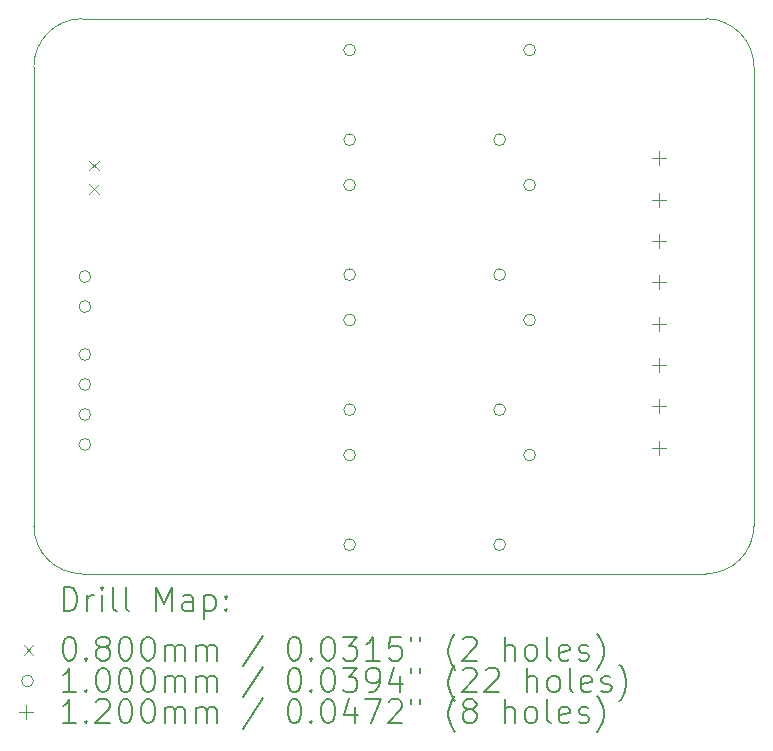
<source format=gbr>
%FSLAX45Y45*%
G04 Gerber Fmt 4.5, Leading zero omitted, Abs format (unit mm)*
G04 Created by KiCad (PCBNEW (6.0.0)) date 2022-01-04 00:39:00*
%MOMM*%
%LPD*%
G01*
G04 APERTURE LIST*
%TA.AperFunction,Profile*%
%ADD10C,0.100000*%
%TD*%
%ADD11C,0.200000*%
%ADD12C,0.080000*%
%ADD13C,0.100000*%
%ADD14C,0.120000*%
G04 APERTURE END LIST*
D10*
X12979400Y-4445000D02*
X18262600Y-4445000D01*
X12573000Y-8737600D02*
X12573000Y-4851400D01*
X12979400Y-4445000D02*
G75*
G03*
X12573000Y-4851400I0J-406400D01*
G01*
X18669000Y-4851400D02*
X18669000Y-8737600D01*
X18262600Y-9144000D02*
X12979400Y-9144000D01*
X12573000Y-8737600D02*
G75*
G03*
X12979400Y-9144000I406400J0D01*
G01*
X18669000Y-4851400D02*
G75*
G03*
X18262600Y-4445000I-406400J0D01*
G01*
X18262600Y-9144000D02*
G75*
G03*
X18669000Y-8737600I0J406400D01*
G01*
D11*
D12*
X13041000Y-5646711D02*
X13121000Y-5726711D01*
X13121000Y-5646711D02*
X13041000Y-5726711D01*
X13041000Y-5846711D02*
X13121000Y-5926711D01*
X13121000Y-5846711D02*
X13041000Y-5926711D01*
D13*
X13054800Y-6628900D02*
G75*
G03*
X13054800Y-6628900I-50000J0D01*
G01*
X13054800Y-6882900D02*
G75*
G03*
X13054800Y-6882900I-50000J0D01*
G01*
X13054800Y-7288300D02*
G75*
G03*
X13054800Y-7288300I-50000J0D01*
G01*
X13054800Y-7542300D02*
G75*
G03*
X13054800Y-7542300I-50000J0D01*
G01*
X13054800Y-7796300D02*
G75*
G03*
X13054800Y-7796300I-50000J0D01*
G01*
X13054800Y-8050300D02*
G75*
G03*
X13054800Y-8050300I-50000J0D01*
G01*
X15296500Y-4709500D02*
G75*
G03*
X15296500Y-4709500I-50000J0D01*
G01*
X15296500Y-5469500D02*
G75*
G03*
X15296500Y-5469500I-50000J0D01*
G01*
X15296500Y-5852500D02*
G75*
G03*
X15296500Y-5852500I-50000J0D01*
G01*
X15296500Y-6612500D02*
G75*
G03*
X15296500Y-6612500I-50000J0D01*
G01*
X15296500Y-6995500D02*
G75*
G03*
X15296500Y-6995500I-50000J0D01*
G01*
X15296500Y-7755500D02*
G75*
G03*
X15296500Y-7755500I-50000J0D01*
G01*
X15296500Y-8138500D02*
G75*
G03*
X15296500Y-8138500I-50000J0D01*
G01*
X15296500Y-8898500D02*
G75*
G03*
X15296500Y-8898500I-50000J0D01*
G01*
X16566500Y-5469500D02*
G75*
G03*
X16566500Y-5469500I-50000J0D01*
G01*
X16566500Y-6612500D02*
G75*
G03*
X16566500Y-6612500I-50000J0D01*
G01*
X16566500Y-7755500D02*
G75*
G03*
X16566500Y-7755500I-50000J0D01*
G01*
X16566500Y-8898500D02*
G75*
G03*
X16566500Y-8898500I-50000J0D01*
G01*
X16820500Y-4709500D02*
G75*
G03*
X16820500Y-4709500I-50000J0D01*
G01*
X16820500Y-5852500D02*
G75*
G03*
X16820500Y-5852500I-50000J0D01*
G01*
X16820500Y-6995500D02*
G75*
G03*
X16820500Y-6995500I-50000J0D01*
G01*
X16820500Y-8138500D02*
G75*
G03*
X16820500Y-8138500I-50000J0D01*
G01*
D14*
X17867750Y-5567500D02*
X17867750Y-5687500D01*
X17807750Y-5627500D02*
X17927750Y-5627500D01*
X17867750Y-5917500D02*
X17867750Y-6037500D01*
X17807750Y-5977500D02*
X17927750Y-5977500D01*
X17867750Y-6267500D02*
X17867750Y-6387500D01*
X17807750Y-6327500D02*
X17927750Y-6327500D01*
X17867750Y-6617500D02*
X17867750Y-6737500D01*
X17807750Y-6677500D02*
X17927750Y-6677500D01*
X17867750Y-6967500D02*
X17867750Y-7087500D01*
X17807750Y-7027500D02*
X17927750Y-7027500D01*
X17867750Y-7317500D02*
X17867750Y-7437500D01*
X17807750Y-7377500D02*
X17927750Y-7377500D01*
X17867750Y-7667500D02*
X17867750Y-7787500D01*
X17807750Y-7727500D02*
X17927750Y-7727500D01*
X17867750Y-8017500D02*
X17867750Y-8137500D01*
X17807750Y-8077500D02*
X17927750Y-8077500D01*
D11*
X12825619Y-9459476D02*
X12825619Y-9259476D01*
X12873238Y-9259476D01*
X12901809Y-9269000D01*
X12920857Y-9288048D01*
X12930381Y-9307095D01*
X12939905Y-9345190D01*
X12939905Y-9373762D01*
X12930381Y-9411857D01*
X12920857Y-9430905D01*
X12901809Y-9449952D01*
X12873238Y-9459476D01*
X12825619Y-9459476D01*
X13025619Y-9459476D02*
X13025619Y-9326143D01*
X13025619Y-9364238D02*
X13035143Y-9345190D01*
X13044667Y-9335667D01*
X13063714Y-9326143D01*
X13082762Y-9326143D01*
X13149428Y-9459476D02*
X13149428Y-9326143D01*
X13149428Y-9259476D02*
X13139905Y-9269000D01*
X13149428Y-9278524D01*
X13158952Y-9269000D01*
X13149428Y-9259476D01*
X13149428Y-9278524D01*
X13273238Y-9459476D02*
X13254190Y-9449952D01*
X13244667Y-9430905D01*
X13244667Y-9259476D01*
X13378000Y-9459476D02*
X13358952Y-9449952D01*
X13349428Y-9430905D01*
X13349428Y-9259476D01*
X13606571Y-9459476D02*
X13606571Y-9259476D01*
X13673238Y-9402333D01*
X13739905Y-9259476D01*
X13739905Y-9459476D01*
X13920857Y-9459476D02*
X13920857Y-9354714D01*
X13911333Y-9335667D01*
X13892286Y-9326143D01*
X13854190Y-9326143D01*
X13835143Y-9335667D01*
X13920857Y-9449952D02*
X13901809Y-9459476D01*
X13854190Y-9459476D01*
X13835143Y-9449952D01*
X13825619Y-9430905D01*
X13825619Y-9411857D01*
X13835143Y-9392810D01*
X13854190Y-9383286D01*
X13901809Y-9383286D01*
X13920857Y-9373762D01*
X14016095Y-9326143D02*
X14016095Y-9526143D01*
X14016095Y-9335667D02*
X14035143Y-9326143D01*
X14073238Y-9326143D01*
X14092286Y-9335667D01*
X14101809Y-9345190D01*
X14111333Y-9364238D01*
X14111333Y-9421381D01*
X14101809Y-9440429D01*
X14092286Y-9449952D01*
X14073238Y-9459476D01*
X14035143Y-9459476D01*
X14016095Y-9449952D01*
X14197048Y-9440429D02*
X14206571Y-9449952D01*
X14197048Y-9459476D01*
X14187524Y-9449952D01*
X14197048Y-9440429D01*
X14197048Y-9459476D01*
X14197048Y-9335667D02*
X14206571Y-9345190D01*
X14197048Y-9354714D01*
X14187524Y-9345190D01*
X14197048Y-9335667D01*
X14197048Y-9354714D01*
D12*
X12488000Y-9749000D02*
X12568000Y-9829000D01*
X12568000Y-9749000D02*
X12488000Y-9829000D01*
D11*
X12863714Y-9679476D02*
X12882762Y-9679476D01*
X12901809Y-9689000D01*
X12911333Y-9698524D01*
X12920857Y-9717571D01*
X12930381Y-9755667D01*
X12930381Y-9803286D01*
X12920857Y-9841381D01*
X12911333Y-9860429D01*
X12901809Y-9869952D01*
X12882762Y-9879476D01*
X12863714Y-9879476D01*
X12844667Y-9869952D01*
X12835143Y-9860429D01*
X12825619Y-9841381D01*
X12816095Y-9803286D01*
X12816095Y-9755667D01*
X12825619Y-9717571D01*
X12835143Y-9698524D01*
X12844667Y-9689000D01*
X12863714Y-9679476D01*
X13016095Y-9860429D02*
X13025619Y-9869952D01*
X13016095Y-9879476D01*
X13006571Y-9869952D01*
X13016095Y-9860429D01*
X13016095Y-9879476D01*
X13139905Y-9765190D02*
X13120857Y-9755667D01*
X13111333Y-9746143D01*
X13101809Y-9727095D01*
X13101809Y-9717571D01*
X13111333Y-9698524D01*
X13120857Y-9689000D01*
X13139905Y-9679476D01*
X13178000Y-9679476D01*
X13197048Y-9689000D01*
X13206571Y-9698524D01*
X13216095Y-9717571D01*
X13216095Y-9727095D01*
X13206571Y-9746143D01*
X13197048Y-9755667D01*
X13178000Y-9765190D01*
X13139905Y-9765190D01*
X13120857Y-9774714D01*
X13111333Y-9784238D01*
X13101809Y-9803286D01*
X13101809Y-9841381D01*
X13111333Y-9860429D01*
X13120857Y-9869952D01*
X13139905Y-9879476D01*
X13178000Y-9879476D01*
X13197048Y-9869952D01*
X13206571Y-9860429D01*
X13216095Y-9841381D01*
X13216095Y-9803286D01*
X13206571Y-9784238D01*
X13197048Y-9774714D01*
X13178000Y-9765190D01*
X13339905Y-9679476D02*
X13358952Y-9679476D01*
X13378000Y-9689000D01*
X13387524Y-9698524D01*
X13397048Y-9717571D01*
X13406571Y-9755667D01*
X13406571Y-9803286D01*
X13397048Y-9841381D01*
X13387524Y-9860429D01*
X13378000Y-9869952D01*
X13358952Y-9879476D01*
X13339905Y-9879476D01*
X13320857Y-9869952D01*
X13311333Y-9860429D01*
X13301809Y-9841381D01*
X13292286Y-9803286D01*
X13292286Y-9755667D01*
X13301809Y-9717571D01*
X13311333Y-9698524D01*
X13320857Y-9689000D01*
X13339905Y-9679476D01*
X13530381Y-9679476D02*
X13549428Y-9679476D01*
X13568476Y-9689000D01*
X13578000Y-9698524D01*
X13587524Y-9717571D01*
X13597048Y-9755667D01*
X13597048Y-9803286D01*
X13587524Y-9841381D01*
X13578000Y-9860429D01*
X13568476Y-9869952D01*
X13549428Y-9879476D01*
X13530381Y-9879476D01*
X13511333Y-9869952D01*
X13501809Y-9860429D01*
X13492286Y-9841381D01*
X13482762Y-9803286D01*
X13482762Y-9755667D01*
X13492286Y-9717571D01*
X13501809Y-9698524D01*
X13511333Y-9689000D01*
X13530381Y-9679476D01*
X13682762Y-9879476D02*
X13682762Y-9746143D01*
X13682762Y-9765190D02*
X13692286Y-9755667D01*
X13711333Y-9746143D01*
X13739905Y-9746143D01*
X13758952Y-9755667D01*
X13768476Y-9774714D01*
X13768476Y-9879476D01*
X13768476Y-9774714D02*
X13778000Y-9755667D01*
X13797048Y-9746143D01*
X13825619Y-9746143D01*
X13844667Y-9755667D01*
X13854190Y-9774714D01*
X13854190Y-9879476D01*
X13949428Y-9879476D02*
X13949428Y-9746143D01*
X13949428Y-9765190D02*
X13958952Y-9755667D01*
X13978000Y-9746143D01*
X14006571Y-9746143D01*
X14025619Y-9755667D01*
X14035143Y-9774714D01*
X14035143Y-9879476D01*
X14035143Y-9774714D02*
X14044667Y-9755667D01*
X14063714Y-9746143D01*
X14092286Y-9746143D01*
X14111333Y-9755667D01*
X14120857Y-9774714D01*
X14120857Y-9879476D01*
X14511333Y-9669952D02*
X14339905Y-9927095D01*
X14768476Y-9679476D02*
X14787524Y-9679476D01*
X14806571Y-9689000D01*
X14816095Y-9698524D01*
X14825619Y-9717571D01*
X14835143Y-9755667D01*
X14835143Y-9803286D01*
X14825619Y-9841381D01*
X14816095Y-9860429D01*
X14806571Y-9869952D01*
X14787524Y-9879476D01*
X14768476Y-9879476D01*
X14749428Y-9869952D01*
X14739905Y-9860429D01*
X14730381Y-9841381D01*
X14720857Y-9803286D01*
X14720857Y-9755667D01*
X14730381Y-9717571D01*
X14739905Y-9698524D01*
X14749428Y-9689000D01*
X14768476Y-9679476D01*
X14920857Y-9860429D02*
X14930381Y-9869952D01*
X14920857Y-9879476D01*
X14911333Y-9869952D01*
X14920857Y-9860429D01*
X14920857Y-9879476D01*
X15054190Y-9679476D02*
X15073238Y-9679476D01*
X15092286Y-9689000D01*
X15101809Y-9698524D01*
X15111333Y-9717571D01*
X15120857Y-9755667D01*
X15120857Y-9803286D01*
X15111333Y-9841381D01*
X15101809Y-9860429D01*
X15092286Y-9869952D01*
X15073238Y-9879476D01*
X15054190Y-9879476D01*
X15035143Y-9869952D01*
X15025619Y-9860429D01*
X15016095Y-9841381D01*
X15006571Y-9803286D01*
X15006571Y-9755667D01*
X15016095Y-9717571D01*
X15025619Y-9698524D01*
X15035143Y-9689000D01*
X15054190Y-9679476D01*
X15187524Y-9679476D02*
X15311333Y-9679476D01*
X15244667Y-9755667D01*
X15273238Y-9755667D01*
X15292286Y-9765190D01*
X15301809Y-9774714D01*
X15311333Y-9793762D01*
X15311333Y-9841381D01*
X15301809Y-9860429D01*
X15292286Y-9869952D01*
X15273238Y-9879476D01*
X15216095Y-9879476D01*
X15197048Y-9869952D01*
X15187524Y-9860429D01*
X15501809Y-9879476D02*
X15387524Y-9879476D01*
X15444667Y-9879476D02*
X15444667Y-9679476D01*
X15425619Y-9708048D01*
X15406571Y-9727095D01*
X15387524Y-9736619D01*
X15682762Y-9679476D02*
X15587524Y-9679476D01*
X15578000Y-9774714D01*
X15587524Y-9765190D01*
X15606571Y-9755667D01*
X15654190Y-9755667D01*
X15673238Y-9765190D01*
X15682762Y-9774714D01*
X15692286Y-9793762D01*
X15692286Y-9841381D01*
X15682762Y-9860429D01*
X15673238Y-9869952D01*
X15654190Y-9879476D01*
X15606571Y-9879476D01*
X15587524Y-9869952D01*
X15578000Y-9860429D01*
X15768476Y-9679476D02*
X15768476Y-9717571D01*
X15844667Y-9679476D02*
X15844667Y-9717571D01*
X16139905Y-9955667D02*
X16130381Y-9946143D01*
X16111333Y-9917571D01*
X16101809Y-9898524D01*
X16092286Y-9869952D01*
X16082762Y-9822333D01*
X16082762Y-9784238D01*
X16092286Y-9736619D01*
X16101809Y-9708048D01*
X16111333Y-9689000D01*
X16130381Y-9660429D01*
X16139905Y-9650905D01*
X16206571Y-9698524D02*
X16216095Y-9689000D01*
X16235143Y-9679476D01*
X16282762Y-9679476D01*
X16301809Y-9689000D01*
X16311333Y-9698524D01*
X16320857Y-9717571D01*
X16320857Y-9736619D01*
X16311333Y-9765190D01*
X16197048Y-9879476D01*
X16320857Y-9879476D01*
X16558952Y-9879476D02*
X16558952Y-9679476D01*
X16644667Y-9879476D02*
X16644667Y-9774714D01*
X16635143Y-9755667D01*
X16616095Y-9746143D01*
X16587524Y-9746143D01*
X16568476Y-9755667D01*
X16558952Y-9765190D01*
X16768476Y-9879476D02*
X16749428Y-9869952D01*
X16739905Y-9860429D01*
X16730381Y-9841381D01*
X16730381Y-9784238D01*
X16739905Y-9765190D01*
X16749428Y-9755667D01*
X16768476Y-9746143D01*
X16797048Y-9746143D01*
X16816095Y-9755667D01*
X16825619Y-9765190D01*
X16835143Y-9784238D01*
X16835143Y-9841381D01*
X16825619Y-9860429D01*
X16816095Y-9869952D01*
X16797048Y-9879476D01*
X16768476Y-9879476D01*
X16949429Y-9879476D02*
X16930381Y-9869952D01*
X16920857Y-9850905D01*
X16920857Y-9679476D01*
X17101810Y-9869952D02*
X17082762Y-9879476D01*
X17044667Y-9879476D01*
X17025619Y-9869952D01*
X17016095Y-9850905D01*
X17016095Y-9774714D01*
X17025619Y-9755667D01*
X17044667Y-9746143D01*
X17082762Y-9746143D01*
X17101810Y-9755667D01*
X17111333Y-9774714D01*
X17111333Y-9793762D01*
X17016095Y-9812810D01*
X17187524Y-9869952D02*
X17206571Y-9879476D01*
X17244667Y-9879476D01*
X17263714Y-9869952D01*
X17273238Y-9850905D01*
X17273238Y-9841381D01*
X17263714Y-9822333D01*
X17244667Y-9812810D01*
X17216095Y-9812810D01*
X17197048Y-9803286D01*
X17187524Y-9784238D01*
X17187524Y-9774714D01*
X17197048Y-9755667D01*
X17216095Y-9746143D01*
X17244667Y-9746143D01*
X17263714Y-9755667D01*
X17339905Y-9955667D02*
X17349429Y-9946143D01*
X17368476Y-9917571D01*
X17378000Y-9898524D01*
X17387524Y-9869952D01*
X17397048Y-9822333D01*
X17397048Y-9784238D01*
X17387524Y-9736619D01*
X17378000Y-9708048D01*
X17368476Y-9689000D01*
X17349429Y-9660429D01*
X17339905Y-9650905D01*
D13*
X12568000Y-10053000D02*
G75*
G03*
X12568000Y-10053000I-50000J0D01*
G01*
D11*
X12930381Y-10143476D02*
X12816095Y-10143476D01*
X12873238Y-10143476D02*
X12873238Y-9943476D01*
X12854190Y-9972048D01*
X12835143Y-9991095D01*
X12816095Y-10000619D01*
X13016095Y-10124429D02*
X13025619Y-10133952D01*
X13016095Y-10143476D01*
X13006571Y-10133952D01*
X13016095Y-10124429D01*
X13016095Y-10143476D01*
X13149428Y-9943476D02*
X13168476Y-9943476D01*
X13187524Y-9953000D01*
X13197048Y-9962524D01*
X13206571Y-9981571D01*
X13216095Y-10019667D01*
X13216095Y-10067286D01*
X13206571Y-10105381D01*
X13197048Y-10124429D01*
X13187524Y-10133952D01*
X13168476Y-10143476D01*
X13149428Y-10143476D01*
X13130381Y-10133952D01*
X13120857Y-10124429D01*
X13111333Y-10105381D01*
X13101809Y-10067286D01*
X13101809Y-10019667D01*
X13111333Y-9981571D01*
X13120857Y-9962524D01*
X13130381Y-9953000D01*
X13149428Y-9943476D01*
X13339905Y-9943476D02*
X13358952Y-9943476D01*
X13378000Y-9953000D01*
X13387524Y-9962524D01*
X13397048Y-9981571D01*
X13406571Y-10019667D01*
X13406571Y-10067286D01*
X13397048Y-10105381D01*
X13387524Y-10124429D01*
X13378000Y-10133952D01*
X13358952Y-10143476D01*
X13339905Y-10143476D01*
X13320857Y-10133952D01*
X13311333Y-10124429D01*
X13301809Y-10105381D01*
X13292286Y-10067286D01*
X13292286Y-10019667D01*
X13301809Y-9981571D01*
X13311333Y-9962524D01*
X13320857Y-9953000D01*
X13339905Y-9943476D01*
X13530381Y-9943476D02*
X13549428Y-9943476D01*
X13568476Y-9953000D01*
X13578000Y-9962524D01*
X13587524Y-9981571D01*
X13597048Y-10019667D01*
X13597048Y-10067286D01*
X13587524Y-10105381D01*
X13578000Y-10124429D01*
X13568476Y-10133952D01*
X13549428Y-10143476D01*
X13530381Y-10143476D01*
X13511333Y-10133952D01*
X13501809Y-10124429D01*
X13492286Y-10105381D01*
X13482762Y-10067286D01*
X13482762Y-10019667D01*
X13492286Y-9981571D01*
X13501809Y-9962524D01*
X13511333Y-9953000D01*
X13530381Y-9943476D01*
X13682762Y-10143476D02*
X13682762Y-10010143D01*
X13682762Y-10029190D02*
X13692286Y-10019667D01*
X13711333Y-10010143D01*
X13739905Y-10010143D01*
X13758952Y-10019667D01*
X13768476Y-10038714D01*
X13768476Y-10143476D01*
X13768476Y-10038714D02*
X13778000Y-10019667D01*
X13797048Y-10010143D01*
X13825619Y-10010143D01*
X13844667Y-10019667D01*
X13854190Y-10038714D01*
X13854190Y-10143476D01*
X13949428Y-10143476D02*
X13949428Y-10010143D01*
X13949428Y-10029190D02*
X13958952Y-10019667D01*
X13978000Y-10010143D01*
X14006571Y-10010143D01*
X14025619Y-10019667D01*
X14035143Y-10038714D01*
X14035143Y-10143476D01*
X14035143Y-10038714D02*
X14044667Y-10019667D01*
X14063714Y-10010143D01*
X14092286Y-10010143D01*
X14111333Y-10019667D01*
X14120857Y-10038714D01*
X14120857Y-10143476D01*
X14511333Y-9933952D02*
X14339905Y-10191095D01*
X14768476Y-9943476D02*
X14787524Y-9943476D01*
X14806571Y-9953000D01*
X14816095Y-9962524D01*
X14825619Y-9981571D01*
X14835143Y-10019667D01*
X14835143Y-10067286D01*
X14825619Y-10105381D01*
X14816095Y-10124429D01*
X14806571Y-10133952D01*
X14787524Y-10143476D01*
X14768476Y-10143476D01*
X14749428Y-10133952D01*
X14739905Y-10124429D01*
X14730381Y-10105381D01*
X14720857Y-10067286D01*
X14720857Y-10019667D01*
X14730381Y-9981571D01*
X14739905Y-9962524D01*
X14749428Y-9953000D01*
X14768476Y-9943476D01*
X14920857Y-10124429D02*
X14930381Y-10133952D01*
X14920857Y-10143476D01*
X14911333Y-10133952D01*
X14920857Y-10124429D01*
X14920857Y-10143476D01*
X15054190Y-9943476D02*
X15073238Y-9943476D01*
X15092286Y-9953000D01*
X15101809Y-9962524D01*
X15111333Y-9981571D01*
X15120857Y-10019667D01*
X15120857Y-10067286D01*
X15111333Y-10105381D01*
X15101809Y-10124429D01*
X15092286Y-10133952D01*
X15073238Y-10143476D01*
X15054190Y-10143476D01*
X15035143Y-10133952D01*
X15025619Y-10124429D01*
X15016095Y-10105381D01*
X15006571Y-10067286D01*
X15006571Y-10019667D01*
X15016095Y-9981571D01*
X15025619Y-9962524D01*
X15035143Y-9953000D01*
X15054190Y-9943476D01*
X15187524Y-9943476D02*
X15311333Y-9943476D01*
X15244667Y-10019667D01*
X15273238Y-10019667D01*
X15292286Y-10029190D01*
X15301809Y-10038714D01*
X15311333Y-10057762D01*
X15311333Y-10105381D01*
X15301809Y-10124429D01*
X15292286Y-10133952D01*
X15273238Y-10143476D01*
X15216095Y-10143476D01*
X15197048Y-10133952D01*
X15187524Y-10124429D01*
X15406571Y-10143476D02*
X15444667Y-10143476D01*
X15463714Y-10133952D01*
X15473238Y-10124429D01*
X15492286Y-10095857D01*
X15501809Y-10057762D01*
X15501809Y-9981571D01*
X15492286Y-9962524D01*
X15482762Y-9953000D01*
X15463714Y-9943476D01*
X15425619Y-9943476D01*
X15406571Y-9953000D01*
X15397048Y-9962524D01*
X15387524Y-9981571D01*
X15387524Y-10029190D01*
X15397048Y-10048238D01*
X15406571Y-10057762D01*
X15425619Y-10067286D01*
X15463714Y-10067286D01*
X15482762Y-10057762D01*
X15492286Y-10048238D01*
X15501809Y-10029190D01*
X15673238Y-10010143D02*
X15673238Y-10143476D01*
X15625619Y-9933952D02*
X15578000Y-10076810D01*
X15701809Y-10076810D01*
X15768476Y-9943476D02*
X15768476Y-9981571D01*
X15844667Y-9943476D02*
X15844667Y-9981571D01*
X16139905Y-10219667D02*
X16130381Y-10210143D01*
X16111333Y-10181571D01*
X16101809Y-10162524D01*
X16092286Y-10133952D01*
X16082762Y-10086333D01*
X16082762Y-10048238D01*
X16092286Y-10000619D01*
X16101809Y-9972048D01*
X16111333Y-9953000D01*
X16130381Y-9924429D01*
X16139905Y-9914905D01*
X16206571Y-9962524D02*
X16216095Y-9953000D01*
X16235143Y-9943476D01*
X16282762Y-9943476D01*
X16301809Y-9953000D01*
X16311333Y-9962524D01*
X16320857Y-9981571D01*
X16320857Y-10000619D01*
X16311333Y-10029190D01*
X16197048Y-10143476D01*
X16320857Y-10143476D01*
X16397048Y-9962524D02*
X16406571Y-9953000D01*
X16425619Y-9943476D01*
X16473238Y-9943476D01*
X16492286Y-9953000D01*
X16501809Y-9962524D01*
X16511333Y-9981571D01*
X16511333Y-10000619D01*
X16501809Y-10029190D01*
X16387524Y-10143476D01*
X16511333Y-10143476D01*
X16749428Y-10143476D02*
X16749428Y-9943476D01*
X16835143Y-10143476D02*
X16835143Y-10038714D01*
X16825619Y-10019667D01*
X16806571Y-10010143D01*
X16778000Y-10010143D01*
X16758952Y-10019667D01*
X16749428Y-10029190D01*
X16958952Y-10143476D02*
X16939905Y-10133952D01*
X16930381Y-10124429D01*
X16920857Y-10105381D01*
X16920857Y-10048238D01*
X16930381Y-10029190D01*
X16939905Y-10019667D01*
X16958952Y-10010143D01*
X16987524Y-10010143D01*
X17006571Y-10019667D01*
X17016095Y-10029190D01*
X17025619Y-10048238D01*
X17025619Y-10105381D01*
X17016095Y-10124429D01*
X17006571Y-10133952D01*
X16987524Y-10143476D01*
X16958952Y-10143476D01*
X17139905Y-10143476D02*
X17120857Y-10133952D01*
X17111333Y-10114905D01*
X17111333Y-9943476D01*
X17292286Y-10133952D02*
X17273238Y-10143476D01*
X17235143Y-10143476D01*
X17216095Y-10133952D01*
X17206571Y-10114905D01*
X17206571Y-10038714D01*
X17216095Y-10019667D01*
X17235143Y-10010143D01*
X17273238Y-10010143D01*
X17292286Y-10019667D01*
X17301810Y-10038714D01*
X17301810Y-10057762D01*
X17206571Y-10076810D01*
X17378000Y-10133952D02*
X17397048Y-10143476D01*
X17435143Y-10143476D01*
X17454190Y-10133952D01*
X17463714Y-10114905D01*
X17463714Y-10105381D01*
X17454190Y-10086333D01*
X17435143Y-10076810D01*
X17406571Y-10076810D01*
X17387524Y-10067286D01*
X17378000Y-10048238D01*
X17378000Y-10038714D01*
X17387524Y-10019667D01*
X17406571Y-10010143D01*
X17435143Y-10010143D01*
X17454190Y-10019667D01*
X17530381Y-10219667D02*
X17539905Y-10210143D01*
X17558952Y-10181571D01*
X17568476Y-10162524D01*
X17578000Y-10133952D01*
X17587524Y-10086333D01*
X17587524Y-10048238D01*
X17578000Y-10000619D01*
X17568476Y-9972048D01*
X17558952Y-9953000D01*
X17539905Y-9924429D01*
X17530381Y-9914905D01*
D14*
X12508000Y-10257000D02*
X12508000Y-10377000D01*
X12448000Y-10317000D02*
X12568000Y-10317000D01*
D11*
X12930381Y-10407476D02*
X12816095Y-10407476D01*
X12873238Y-10407476D02*
X12873238Y-10207476D01*
X12854190Y-10236048D01*
X12835143Y-10255095D01*
X12816095Y-10264619D01*
X13016095Y-10388429D02*
X13025619Y-10397952D01*
X13016095Y-10407476D01*
X13006571Y-10397952D01*
X13016095Y-10388429D01*
X13016095Y-10407476D01*
X13101809Y-10226524D02*
X13111333Y-10217000D01*
X13130381Y-10207476D01*
X13178000Y-10207476D01*
X13197048Y-10217000D01*
X13206571Y-10226524D01*
X13216095Y-10245571D01*
X13216095Y-10264619D01*
X13206571Y-10293190D01*
X13092286Y-10407476D01*
X13216095Y-10407476D01*
X13339905Y-10207476D02*
X13358952Y-10207476D01*
X13378000Y-10217000D01*
X13387524Y-10226524D01*
X13397048Y-10245571D01*
X13406571Y-10283667D01*
X13406571Y-10331286D01*
X13397048Y-10369381D01*
X13387524Y-10388429D01*
X13378000Y-10397952D01*
X13358952Y-10407476D01*
X13339905Y-10407476D01*
X13320857Y-10397952D01*
X13311333Y-10388429D01*
X13301809Y-10369381D01*
X13292286Y-10331286D01*
X13292286Y-10283667D01*
X13301809Y-10245571D01*
X13311333Y-10226524D01*
X13320857Y-10217000D01*
X13339905Y-10207476D01*
X13530381Y-10207476D02*
X13549428Y-10207476D01*
X13568476Y-10217000D01*
X13578000Y-10226524D01*
X13587524Y-10245571D01*
X13597048Y-10283667D01*
X13597048Y-10331286D01*
X13587524Y-10369381D01*
X13578000Y-10388429D01*
X13568476Y-10397952D01*
X13549428Y-10407476D01*
X13530381Y-10407476D01*
X13511333Y-10397952D01*
X13501809Y-10388429D01*
X13492286Y-10369381D01*
X13482762Y-10331286D01*
X13482762Y-10283667D01*
X13492286Y-10245571D01*
X13501809Y-10226524D01*
X13511333Y-10217000D01*
X13530381Y-10207476D01*
X13682762Y-10407476D02*
X13682762Y-10274143D01*
X13682762Y-10293190D02*
X13692286Y-10283667D01*
X13711333Y-10274143D01*
X13739905Y-10274143D01*
X13758952Y-10283667D01*
X13768476Y-10302714D01*
X13768476Y-10407476D01*
X13768476Y-10302714D02*
X13778000Y-10283667D01*
X13797048Y-10274143D01*
X13825619Y-10274143D01*
X13844667Y-10283667D01*
X13854190Y-10302714D01*
X13854190Y-10407476D01*
X13949428Y-10407476D02*
X13949428Y-10274143D01*
X13949428Y-10293190D02*
X13958952Y-10283667D01*
X13978000Y-10274143D01*
X14006571Y-10274143D01*
X14025619Y-10283667D01*
X14035143Y-10302714D01*
X14035143Y-10407476D01*
X14035143Y-10302714D02*
X14044667Y-10283667D01*
X14063714Y-10274143D01*
X14092286Y-10274143D01*
X14111333Y-10283667D01*
X14120857Y-10302714D01*
X14120857Y-10407476D01*
X14511333Y-10197952D02*
X14339905Y-10455095D01*
X14768476Y-10207476D02*
X14787524Y-10207476D01*
X14806571Y-10217000D01*
X14816095Y-10226524D01*
X14825619Y-10245571D01*
X14835143Y-10283667D01*
X14835143Y-10331286D01*
X14825619Y-10369381D01*
X14816095Y-10388429D01*
X14806571Y-10397952D01*
X14787524Y-10407476D01*
X14768476Y-10407476D01*
X14749428Y-10397952D01*
X14739905Y-10388429D01*
X14730381Y-10369381D01*
X14720857Y-10331286D01*
X14720857Y-10283667D01*
X14730381Y-10245571D01*
X14739905Y-10226524D01*
X14749428Y-10217000D01*
X14768476Y-10207476D01*
X14920857Y-10388429D02*
X14930381Y-10397952D01*
X14920857Y-10407476D01*
X14911333Y-10397952D01*
X14920857Y-10388429D01*
X14920857Y-10407476D01*
X15054190Y-10207476D02*
X15073238Y-10207476D01*
X15092286Y-10217000D01*
X15101809Y-10226524D01*
X15111333Y-10245571D01*
X15120857Y-10283667D01*
X15120857Y-10331286D01*
X15111333Y-10369381D01*
X15101809Y-10388429D01*
X15092286Y-10397952D01*
X15073238Y-10407476D01*
X15054190Y-10407476D01*
X15035143Y-10397952D01*
X15025619Y-10388429D01*
X15016095Y-10369381D01*
X15006571Y-10331286D01*
X15006571Y-10283667D01*
X15016095Y-10245571D01*
X15025619Y-10226524D01*
X15035143Y-10217000D01*
X15054190Y-10207476D01*
X15292286Y-10274143D02*
X15292286Y-10407476D01*
X15244667Y-10197952D02*
X15197048Y-10340810D01*
X15320857Y-10340810D01*
X15378000Y-10207476D02*
X15511333Y-10207476D01*
X15425619Y-10407476D01*
X15578000Y-10226524D02*
X15587524Y-10217000D01*
X15606571Y-10207476D01*
X15654190Y-10207476D01*
X15673238Y-10217000D01*
X15682762Y-10226524D01*
X15692286Y-10245571D01*
X15692286Y-10264619D01*
X15682762Y-10293190D01*
X15568476Y-10407476D01*
X15692286Y-10407476D01*
X15768476Y-10207476D02*
X15768476Y-10245571D01*
X15844667Y-10207476D02*
X15844667Y-10245571D01*
X16139905Y-10483667D02*
X16130381Y-10474143D01*
X16111333Y-10445571D01*
X16101809Y-10426524D01*
X16092286Y-10397952D01*
X16082762Y-10350333D01*
X16082762Y-10312238D01*
X16092286Y-10264619D01*
X16101809Y-10236048D01*
X16111333Y-10217000D01*
X16130381Y-10188429D01*
X16139905Y-10178905D01*
X16244667Y-10293190D02*
X16225619Y-10283667D01*
X16216095Y-10274143D01*
X16206571Y-10255095D01*
X16206571Y-10245571D01*
X16216095Y-10226524D01*
X16225619Y-10217000D01*
X16244667Y-10207476D01*
X16282762Y-10207476D01*
X16301809Y-10217000D01*
X16311333Y-10226524D01*
X16320857Y-10245571D01*
X16320857Y-10255095D01*
X16311333Y-10274143D01*
X16301809Y-10283667D01*
X16282762Y-10293190D01*
X16244667Y-10293190D01*
X16225619Y-10302714D01*
X16216095Y-10312238D01*
X16206571Y-10331286D01*
X16206571Y-10369381D01*
X16216095Y-10388429D01*
X16225619Y-10397952D01*
X16244667Y-10407476D01*
X16282762Y-10407476D01*
X16301809Y-10397952D01*
X16311333Y-10388429D01*
X16320857Y-10369381D01*
X16320857Y-10331286D01*
X16311333Y-10312238D01*
X16301809Y-10302714D01*
X16282762Y-10293190D01*
X16558952Y-10407476D02*
X16558952Y-10207476D01*
X16644667Y-10407476D02*
X16644667Y-10302714D01*
X16635143Y-10283667D01*
X16616095Y-10274143D01*
X16587524Y-10274143D01*
X16568476Y-10283667D01*
X16558952Y-10293190D01*
X16768476Y-10407476D02*
X16749428Y-10397952D01*
X16739905Y-10388429D01*
X16730381Y-10369381D01*
X16730381Y-10312238D01*
X16739905Y-10293190D01*
X16749428Y-10283667D01*
X16768476Y-10274143D01*
X16797048Y-10274143D01*
X16816095Y-10283667D01*
X16825619Y-10293190D01*
X16835143Y-10312238D01*
X16835143Y-10369381D01*
X16825619Y-10388429D01*
X16816095Y-10397952D01*
X16797048Y-10407476D01*
X16768476Y-10407476D01*
X16949429Y-10407476D02*
X16930381Y-10397952D01*
X16920857Y-10378905D01*
X16920857Y-10207476D01*
X17101810Y-10397952D02*
X17082762Y-10407476D01*
X17044667Y-10407476D01*
X17025619Y-10397952D01*
X17016095Y-10378905D01*
X17016095Y-10302714D01*
X17025619Y-10283667D01*
X17044667Y-10274143D01*
X17082762Y-10274143D01*
X17101810Y-10283667D01*
X17111333Y-10302714D01*
X17111333Y-10321762D01*
X17016095Y-10340810D01*
X17187524Y-10397952D02*
X17206571Y-10407476D01*
X17244667Y-10407476D01*
X17263714Y-10397952D01*
X17273238Y-10378905D01*
X17273238Y-10369381D01*
X17263714Y-10350333D01*
X17244667Y-10340810D01*
X17216095Y-10340810D01*
X17197048Y-10331286D01*
X17187524Y-10312238D01*
X17187524Y-10302714D01*
X17197048Y-10283667D01*
X17216095Y-10274143D01*
X17244667Y-10274143D01*
X17263714Y-10283667D01*
X17339905Y-10483667D02*
X17349429Y-10474143D01*
X17368476Y-10445571D01*
X17378000Y-10426524D01*
X17387524Y-10397952D01*
X17397048Y-10350333D01*
X17397048Y-10312238D01*
X17387524Y-10264619D01*
X17378000Y-10236048D01*
X17368476Y-10217000D01*
X17349429Y-10188429D01*
X17339905Y-10178905D01*
M02*

</source>
